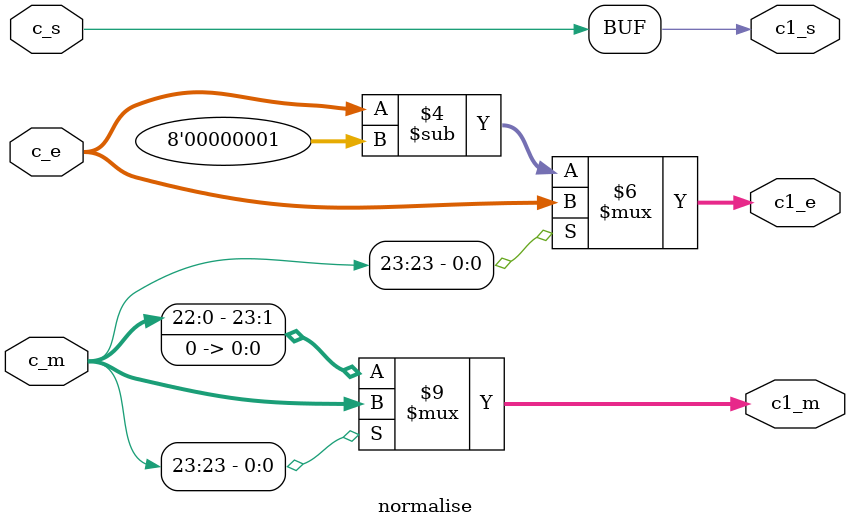
<source format=v>
`timescale 1ns / 1ps
module normalise(
	  input [23:0] c_m,
	  input [7:0] c_e,
	  input c_s,
	  output reg [23:0] c1_m,
	  output reg [7:0] c1_e,
	  output reg c1_s
    );
	 
	 
always @(c_m,c_e,c_s) begin

c1_s=c_s;
if (c_m[23]==0) begin
c1_m=c_m<<1;
c1_e=c_e-8'b00000001;
end
else begin
c1_m=c_m;
c1_e=c_e;
end
end

endmodule

</source>
